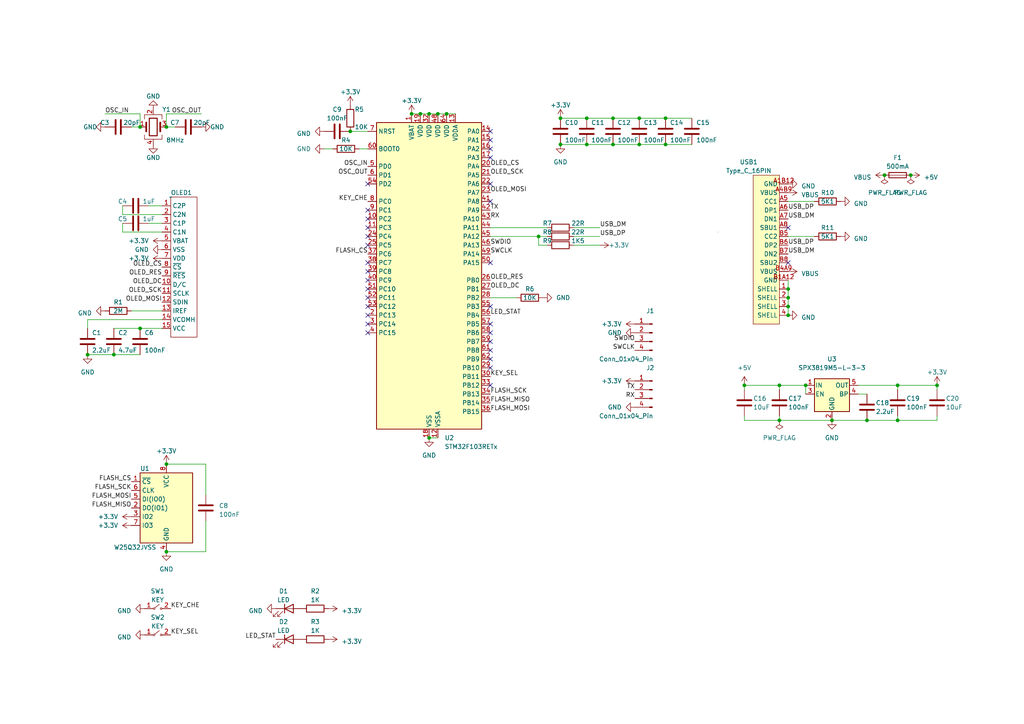
<source format=kicad_sch>
(kicad_sch (version 20230121) (generator eeschema)
  (paper "A4")
  (lib_symbols
    (symbol "ADel:0.91OLED_SPI_15P"
      (property "Reference" "OLED" (at 2.54 1.27 0))
      (symbol "0.91OLED_SPI_15P_0_1"
        (rectangle (start 0 0) (end 7.62 -40.64))
      )
      (symbol "0.91OLED_SPI_15P_1_1"
        (pin bidirectional line (at -2.54 -2.54 0) (length 2.54) (name "C2P") (number "1"))
        (pin bidirectional line (at -2.54 -25.4 0) (length 2.54) (name "D/C") (number "10"))
        (pin bidirectional line (at -2.54 -27.94 0) (length 2.54) (name "SCLK") (number "11"))
        (pin bidirectional line (at -2.54 -30.48 0) (length 2.54) (name "SDIN") (number "12"))
        (pin bidirectional line (at -2.54 -33.02 0) (length 2.54) (name "IREF") (number "13"))
        (pin bidirectional line (at -2.54 -35.56 0) (length 2.54) (name "VCOMH") (number "14"))
        (pin bidirectional line (at -2.54 -38.1 0) (length 2.54) (name "VCC") (number "15"))
        (pin bidirectional line (at -2.54 -5.08 0) (length 2.54) (name "C2N") (number "2"))
        (pin bidirectional line (at -2.54 -7.62 0) (length 2.54) (name "C1P") (number "3"))
        (pin bidirectional line (at -2.54 -10.16 0) (length 2.54) (name "C1N") (number "4"))
        (pin power_in line (at -2.54 -12.7 0) (length 2.54) (name "VBAT") (number "5"))
        (pin power_in line (at -2.54 -15.24 0) (length 2.54) (name "VSS") (number "6"))
        (pin power_in line (at -2.54 -17.78 0) (length 2.54) (name "VDD") (number "7"))
        (pin bidirectional line (at -2.54 -20.32 0) (length 2.54) (name "~{CS}") (number "8"))
        (pin bidirectional line (at -2.54 -22.86 0) (length 2.54) (name "~{RES}") (number "9"))
      )
    )
    (symbol "ADel:KEY" (pin_names hide)
      (property "Reference" "SW" (at -1.27 1.27 0))
      (property "Value" "KEY" (at 3.81 1.27 0))
      (symbol "KEY_0_1"
        (polyline (pts (xy 0.508 0.254) (xy 1.778 1.27)))
        (circle (center 0.254 0) (radius 0.254))
        (circle (center 2.286 0) (radius 0.254))
      )
      (symbol "KEY_1_1"
        (pin passive line (at -2.54 0 0) (length 2.54) (name "A") (number "1"))
        (pin passive line (at 5.08 0 180) (length 2.54) (name "B") (number "2"))
      )
    )
    (symbol "ADel:Type_C_16PIN"
      (property "Reference" "USB" (at 2.54 1.27 0))
      (property "Value" "Type_C_16PIN" (at 6.35 -44.45 0))
      (symbol "Type_C_16PIN_0_1"
        (arc (start -10.16 -16.51) (mid -10.16 -16.51) (end -10.16 -16.51))
        (rectangle (start 0 0) (end 7.62 -43.18) (fill (type background)))
      )
      (symbol "Type_C_16PIN_1_1"
        (pin power_in line (at 10.16 -33.02 180) (length 2.54) (name "SHELL") (number "1"))
        (pin power_in line (at 10.16 -35.56 180) (length 2.54) (name "SHELL") (number "2"))
        (pin power_in line (at 10.16 -38.1 180) (length 2.54) (name "SHELL") (number "3"))
        (pin power_in line (at 10.16 -40.64 180) (length 2.54) (name "SHELL") (number "4"))
        (pin power_in line (at 10.16 -2.54 180) (length 2.54) (name "GND") (number "A1B12"))
        (pin power_in line (at 10.16 -5.08 180) (length 2.54) (name "VBUS") (number "A4B9"))
        (pin bidirectional line (at 10.16 -7.62 180) (length 2.54) (name "CC1") (number "A5"))
        (pin bidirectional line (at 10.16 -10.16 180) (length 2.54) (name "DP1") (number "A6"))
        (pin bidirectional line (at 10.16 -12.7 180) (length 2.54) (name "DN1") (number "A7"))
        (pin bidirectional line (at 10.16 -15.24 180) (length 2.54) (name "SBU1") (number "A8"))
        (pin power_in line (at 10.16 -30.48 180) (length 2.54) (name "GND") (number "B1A12"))
        (pin power_in line (at 10.16 -27.94 180) (length 2.54) (name "VBUS") (number "B4A9"))
        (pin bidirectional line (at 10.16 -17.78 180) (length 2.54) (name "CC2") (number "B5"))
        (pin bidirectional line (at 10.16 -20.32 180) (length 2.54) (name "DP2") (number "B6"))
        (pin bidirectional line (at 10.16 -22.86 180) (length 2.54) (name "DN2") (number "B7"))
        (pin bidirectional line (at 10.16 -25.4 180) (length 2.54) (name "SBU2") (number "B8"))
      )
    )
    (symbol "Connector:Conn_01x04_Pin" (pin_names (offset 1.016) hide)
      (property "Reference" "J" (at 0 5.08 0))
      (property "Value" "Conn_01x04_Pin" (at 0 -7.62 0))
      (symbol "Conn_01x04_Pin_1_1"
        (polyline (pts (xy 1.27 -5.08) (xy 0.8636 -5.08)) (stroke (width 0.1524)))
        (polyline (pts (xy 1.27 -2.54) (xy 0.8636 -2.54)) (stroke (width 0.1524)))
        (polyline (pts (xy 1.27 0) (xy 0.8636 0)) (stroke (width 0.1524)))
        (polyline (pts (xy 1.27 2.54) (xy 0.8636 2.54)) (stroke (width 0.1524)))
        (rectangle (start 0.8636 -4.953) (end 0 -5.207) (stroke (width 0.1524)) (fill (type outline)))
        (rectangle (start 0.8636 -2.413) (end 0 -2.667) (stroke (width 0.1524)) (fill (type outline)))
        (rectangle (start 0.8636 0.127) (end 0 -0.127) (stroke (width 0.1524)) (fill (type outline)))
        (rectangle (start 0.8636 2.667) (end 0 2.413) (stroke (width 0.1524)) (fill (type outline)))
        (pin passive line (at 5.08 2.54 180) (length 3.81) (name "Pin_1") (number "1"))
        (pin passive line (at 5.08 0 180) (length 3.81) (name "Pin_2") (number "2"))
        (pin passive line (at 5.08 -2.54 180) (length 3.81) (name "Pin_3") (number "3"))
        (pin passive line (at 5.08 -5.08 180) (length 3.81) (name "Pin_4") (number "4"))
      )
    )
    (symbol "Device:C" (pin_numbers hide) (pin_names (offset 0.254))
      (property "Reference" "C" (at 0.635 2.54 0))
      (property "Value" "C" (at 0.635 -2.54 0))
      (symbol "C_0_1"
        (polyline (pts (xy -2.032 -0.762) (xy 2.032 -0.762)) (stroke (width 0.508)))
        (polyline (pts (xy -2.032 0.762) (xy 2.032 0.762)) (stroke (width 0.508)))
      )
      (symbol "C_1_1"
        (pin passive line (at 0 3.81 270) (length 2.794) (name "~") (number "1"))
        (pin passive line (at 0 -3.81 90) (length 2.794) (name "~") (number "2"))
      )
    )
    (symbol "Device:Crystal_GND24" (pin_names (offset 1.016) hide)
      (property "Reference" "Y" (at 3.175 5.08 0))
      (property "Value" "Crystal_GND24" (at 3.175 3.175 0))
      (symbol "Crystal_GND24_0_1"
        (rectangle (start -1.143 2.54) (end 1.143 -2.54) (stroke (width 0.3048)))
        (polyline (pts (xy -2.54 0) (xy -2.032 0)))
        (polyline (pts (xy -2.032 -1.27) (xy -2.032 1.27)) (stroke (width 0.508)))
        (polyline (pts (xy 0 -3.81) (xy 0 -3.556)))
        (polyline (pts (xy 0 3.556) (xy 0 3.81)))
        (polyline (pts (xy 2.032 -1.27) (xy 2.032 1.27)) (stroke (width 0.508)))
        (polyline (pts (xy 2.032 0) (xy 2.54 0)))
        (polyline (pts (xy -2.54 -2.286) (xy -2.54 -3.556) (xy 2.54 -3.556) (xy 2.54 -2.286)))
        (polyline (pts (xy -2.54 2.286) (xy -2.54 3.556) (xy 2.54 3.556) (xy 2.54 2.286)))
      )
      (symbol "Crystal_GND24_1_1"
        (pin passive line (at -3.81 0 0) (length 1.27) (name "1") (number "1"))
        (pin passive line (at 0 5.08 270) (length 1.27) (name "2") (number "2"))
        (pin passive line (at 3.81 0 180) (length 1.27) (name "3") (number "3"))
        (pin passive line (at 0 -5.08 90) (length 1.27) (name "4") (number "4"))
      )
    )
    (symbol "Device:Fuse" (pin_numbers hide) (pin_names (offset 0))
      (property "Reference" "F" (at 2.032 0 90))
      (property "Value" "Fuse" (at -1.905 0 90))
      (symbol "Fuse_0_1"
        (rectangle (start -0.762 -2.54) (end 0.762 2.54) (stroke (width 0.254)))
        (polyline (pts (xy 0 2.54) (xy 0 -2.54)))
      )
      (symbol "Fuse_1_1"
        (pin passive line (at 0 3.81 270) (length 1.27) (name "~") (number "1"))
        (pin passive line (at 0 -3.81 90) (length 1.27) (name "~") (number "2"))
      )
    )
    (symbol "Device:LED" (pin_numbers hide) (pin_names (offset 1.016) hide)
      (property "Reference" "D" (at 0 2.54 0))
      (property "Value" "LED" (at 0 -2.54 0))
      (symbol "LED_0_1"
        (polyline (pts (xy -1.27 -1.27) (xy -1.27 1.27)) (stroke (width 0.254)))
        (polyline (pts (xy -1.27 0) (xy 1.27 0)))
        (polyline (pts (xy 1.27 -1.27) (xy 1.27 1.27) (xy -1.27 0) (xy 1.27 -1.27)) (stroke (width 0.254)))
        (polyline (pts (xy -3.048 -0.762) (xy -4.572 -2.286) (xy -3.81 -2.286) (xy -4.572 -2.286) (xy -4.572 -1.524)))
        (polyline (pts (xy -1.778 -0.762) (xy -3.302 -2.286) (xy -2.54 -2.286) (xy -3.302 -2.286) (xy -3.302 -1.524)))
      )
      (symbol "LED_1_1"
        (pin passive line (at -3.81 0 0) (length 2.54) (name "K") (number "1"))
        (pin passive line (at 3.81 0 180) (length 2.54) (name "A") (number "2"))
      )
    )
    (symbol "Device:R" (pin_numbers hide) (pin_names (offset 0))
      (property "Reference" "R" (at 2.032 0 90))
      (property "Value" "R" (at 0 0 90))
      (symbol "R_0_1"
        (rectangle (start -1.016 -2.54) (end 1.016 2.54) (stroke (width 0.254)))
      )
      (symbol "R_1_1"
        (pin passive line (at 0 3.81 270) (length 1.27) (name "~") (number "1"))
        (pin passive line (at 0 -3.81 90) (length 1.27) (name "~") (number "2"))
      )
    )
    (symbol "MCU_ST_STM32F1:STM32F103RETx"
      (property "Reference" "U" (at -15.24 46.99 0))
      (property "Value" "STM32F103RETx" (at 10.16 46.99 0))
      (symbol "STM32F103RETx_0_1"
        (rectangle (start -15.24 -43.18) (end 15.24 45.72) (stroke (width 0.254)) (fill (type background)))
      )
      (symbol "STM32F103RETx_1_1"
        (pin power_in line (at -5.08 48.26 270) (length 2.54) (name "VBAT") (number "1"))
        (pin bidirectional line (at -17.78 17.78 0) (length 2.54) (name "PC2") (number "10"))
        (pin bidirectional line (at -17.78 15.24 0) (length 2.54) (name "PC3") (number "11"))
        (pin power_in line (at 2.54 -45.72 90) (length 2.54) (name "VSSA") (number "12"))
        (pin power_in line (at 7.62 48.26 270) (length 2.54) (name "VDDA") (number "13"))
        (pin bidirectional line (at 17.78 43.18 180) (length 2.54) (name "PA0") (number "14"))
        (pin bidirectional line (at 17.78 40.64 180) (length 2.54) (name "PA1") (number "15"))
        (pin bidirectional line (at 17.78 38.1 180) (length 2.54) (name "PA2") (number "16"))
        (pin bidirectional line (at 17.78 35.56 180) (length 2.54) (name "PA3") (number "17"))
        (pin power_in line (at 0 -45.72 90) (length 2.54) (name "VSS") (number "18"))
        (pin power_in line (at -2.54 48.26 270) (length 2.54) (name "VDD") (number "19"))
        (pin bidirectional line (at -17.78 -10.16 0) (length 2.54) (name "PC13") (number "2"))
        (pin bidirectional line (at 17.78 33.02 180) (length 2.54) (name "PA4") (number "20"))
        (pin bidirectional line (at 17.78 30.48 180) (length 2.54) (name "PA5") (number "21"))
        (pin bidirectional line (at 17.78 27.94 180) (length 2.54) (name "PA6") (number "22"))
        (pin bidirectional line (at 17.78 25.4 180) (length 2.54) (name "PA7") (number "23"))
        (pin bidirectional line (at -17.78 12.7 0) (length 2.54) (name "PC4") (number "24"))
        (pin bidirectional line (at -17.78 10.16 0) (length 2.54) (name "PC5") (number "25"))
        (pin bidirectional line (at 17.78 0 180) (length 2.54) (name "PB0") (number "26"))
        (pin bidirectional line (at 17.78 -2.54 180) (length 2.54) (name "PB1") (number "27"))
        (pin bidirectional line (at 17.78 -5.08 180) (length 2.54) (name "PB2") (number "28"))
        (pin bidirectional line (at 17.78 -25.4 180) (length 2.54) (name "PB10") (number "29"))
        (pin bidirectional line (at -17.78 -12.7 0) (length 2.54) (name "PC14") (number "3"))
        (pin bidirectional line (at 17.78 -27.94 180) (length 2.54) (name "PB11") (number "30"))
        (pin passive line (at 0 -45.72 90) (length 2.54) hide (name "VSS") (number "31"))
        (pin power_in line (at 0 48.26 270) (length 2.54) (name "VDD") (number "32"))
        (pin bidirectional line (at 17.78 -30.48 180) (length 2.54) (name "PB12") (number "33"))
        (pin bidirectional line (at 17.78 -33.02 180) (length 2.54) (name "PB13") (number "34"))
        (pin bidirectional line (at 17.78 -35.56 180) (length 2.54) (name "PB14") (number "35"))
        (pin bidirectional line (at 17.78 -38.1 180) (length 2.54) (name "PB15") (number "36"))
        (pin bidirectional line (at -17.78 7.62 0) (length 2.54) (name "PC6") (number "37"))
        (pin bidirectional line (at -17.78 5.08 0) (length 2.54) (name "PC7") (number "38"))
        (pin bidirectional line (at -17.78 2.54 0) (length 2.54) (name "PC8") (number "39"))
        (pin bidirectional line (at -17.78 -15.24 0) (length 2.54) (name "PC15") (number "4"))
        (pin bidirectional line (at -17.78 0 0) (length 2.54) (name "PC9") (number "40"))
        (pin bidirectional line (at 17.78 22.86 180) (length 2.54) (name "PA8") (number "41"))
        (pin bidirectional line (at 17.78 20.32 180) (length 2.54) (name "PA9") (number "42"))
        (pin bidirectional line (at 17.78 17.78 180) (length 2.54) (name "PA10") (number "43"))
        (pin bidirectional line (at 17.78 15.24 180) (length 2.54) (name "PA11") (number "44"))
        (pin bidirectional line (at 17.78 12.7 180) (length 2.54) (name "PA12") (number "45"))
        (pin bidirectional line (at 17.78 10.16 180) (length 2.54) (name "PA13") (number "46"))
        (pin passive line (at 0 -45.72 90) (length 2.54) hide (name "VSS") (number "47"))
        (pin power_in line (at 2.54 48.26 270) (length 2.54) (name "VDD") (number "48"))
        (pin bidirectional line (at 17.78 7.62 180) (length 2.54) (name "PA14") (number "49"))
        (pin bidirectional line (at -17.78 33.02 0) (length 2.54) (name "PD0") (number "5"))
        (pin bidirectional line (at 17.78 5.08 180) (length 2.54) (name "PA15") (number "50"))
        (pin bidirectional line (at -17.78 -2.54 0) (length 2.54) (name "PC10") (number "51"))
        (pin bidirectional line (at -17.78 -5.08 0) (length 2.54) (name "PC11") (number "52"))
        (pin bidirectional line (at -17.78 -7.62 0) (length 2.54) (name "PC12") (number "53"))
        (pin bidirectional line (at -17.78 27.94 0) (length 2.54) (name "PD2") (number "54"))
        (pin bidirectional line (at 17.78 -7.62 180) (length 2.54) (name "PB3") (number "55"))
        (pin bidirectional line (at 17.78 -10.16 180) (length 2.54) (name "PB4") (number "56"))
        (pin bidirectional line (at 17.78 -12.7 180) (length 2.54) (name "PB5") (number "57"))
        (pin bidirectional line (at 17.78 -15.24 180) (length 2.54) (name "PB6") (number "58"))
        (pin bidirectional line (at 17.78 -17.78 180) (length 2.54) (name "PB7") (number "59"))
        (pin bidirectional line (at -17.78 30.48 0) (length 2.54) (name "PD1") (number "6"))
        (pin input line (at -17.78 38.1 0) (length 2.54) (name "BOOT0") (number "60"))
        (pin bidirectional line (at 17.78 -20.32 180) (length 2.54) (name "PB8") (number "61"))
        (pin bidirectional line (at 17.78 -22.86 180) (length 2.54) (name "PB9") (number "62"))
        (pin passive line (at 0 -45.72 90) (length 2.54) hide (name "VSS") (number "63"))
        (pin power_in line (at 5.08 48.26 270) (length 2.54) (name "VDD") (number "64"))
        (pin input line (at -17.78 43.18 0) (length 2.54) (name "NRST") (number "7"))
        (pin bidirectional line (at -17.78 22.86 0) (length 2.54) (name "PC0") (number "8"))
        (pin bidirectional line (at -17.78 20.32 0) (length 2.54) (name "PC1") (number "9"))
      )
    )
    (symbol "Memory_Flash:W25Q32JVSS"
      (property "Reference" "U" (at -6.35 11.43 0))
      (property "Value" "W25Q32JVSS" (at 7.62 11.43 0))
      (symbol "W25Q32JVSS_0_1"
        (rectangle (start -7.62 10.16) (end 7.62 -10.16) (stroke (width 0.254)) (fill (type background)))
      )
      (symbol "W25Q32JVSS_1_1"
        (pin input line (at -10.16 7.62 0) (length 2.54) (name "~{CS}") (number "1"))
        (pin bidirectional line (at -10.16 0 0) (length 2.54) (name "DO(IO1)") (number "2"))
        (pin bidirectional line (at -10.16 -2.54 0) (length 2.54) (name "IO2") (number "3"))
        (pin power_in line (at 0 -12.7 90) (length 2.54) (name "GND") (number "4"))
        (pin bidirectional line (at -10.16 2.54 0) (length 2.54) (name "DI(IO0)") (number "5"))
        (pin input line (at -10.16 5.08 0) (length 2.54) (name "CLK") (number "6"))
        (pin bidirectional line (at -10.16 -5.08 0) (length 2.54) (name "IO3") (number "7"))
        (pin power_in line (at 0 12.7 270) (length 2.54) (name "VCC") (number "8"))
      )
    )
    (symbol "Regulator_Linear:SPX3819M5-L-3-3" (pin_names (offset 0.254))
      (property "Reference" "U" (at -3.81 5.715 0))
      (property "Value" "SPX3819M5-L-3-3" (at 0 5.715 0))
      (symbol "SPX3819M5-L-3-3_0_1"
        (rectangle (start -5.08 4.445) (end 5.08 -5.08) (stroke (width 0.254)) (fill (type background)))
      )
      (symbol "SPX3819M5-L-3-3_1_1"
        (pin power_in line (at -7.62 2.54 0) (length 2.54) (name "IN") (number "1"))
        (pin power_in line (at 0 -7.62 90) (length 2.54) (name "GND") (number "2"))
        (pin input line (at -7.62 0 0) (length 2.54) (name "EN") (number "3"))
        (pin input line (at 7.62 0 180) (length 2.54) (name "BP") (number "4"))
        (pin power_out line (at 7.62 2.54 180) (length 2.54) (name "OUT") (number "5"))
      )
    )
    (symbol "power:+3.3V" (power) (pin_names (offset 0))
      (property "Value" "+3.3V" (at 0 3.556 0))
      (symbol "+3.3V_0_1"
        (polyline (pts (xy -0.762 1.27) (xy 0 2.54)))
        (polyline (pts (xy 0 0) (xy 0 2.54)))
        (polyline (pts (xy 0 2.54) (xy 0.762 1.27)))
      )
      (symbol "+3.3V_1_1"
        (pin power_in line (at 0 0 90) (length 0) hide (name "+3.3V") (number "1"))
      )
    )
    (symbol "power:+5V" (power) (pin_names (offset 0))
      (property "Value" "+5V" (at 0 3.556 0))
      (symbol "+5V_0_1"
        (polyline (pts (xy -0.762 1.27) (xy 0 2.54)))
        (polyline (pts (xy 0 0) (xy 0 2.54)))
        (polyline (pts (xy 0 2.54) (xy 0.762 1.27)))
      )
      (symbol "+5V_1_1"
        (pin power_in line (at 0 0 90) (length 0) hide (name "+5V") (number "1"))
      )
    )
    (symbol "power:GND" (power) (pin_names (offset 0))
      (property "Value" "GND" (at 0 -3.81 0))
      (symbol "GND_0_1"
        (polyline (pts (xy 0 0) (xy 0 -1.27) (xy 1.27 -1.27) (xy 0 -2.54) (xy -1.27 -1.27) (xy 0 -1.27)))
      )
      (symbol "GND_1_1"
        (pin power_in line (at 0 0 270) (length 0) hide (name "GND") (number "1"))
      )
    )
    (symbol "power:PWR_FLAG" (power) (pin_numbers hide) (pin_names (offset 0) hide)
      (property "Value" "PWR_FLAG" (at 0 3.81 0))
      (symbol "PWR_FLAG_0_0"
        (pin power_out line (at 0 0 90) (length 0) (name "pwr") (number "1"))
      )
      (symbol "PWR_FLAG_0_1"
        (polyline (pts (xy 0 0) (xy 0 1.27) (xy -1.016 1.905) (xy 0 2.54) (xy 1.016 1.905) (xy 0 1.27)))
      )
    )
    (symbol "power:VBUS" (power) (pin_names (offset 0))
      (property "Value" "VBUS" (at 0 3.81 0))
      (symbol "VBUS_0_1"
        (polyline (pts (xy -0.762 1.27) (xy 0 2.54)))
        (polyline (pts (xy 0 0) (xy 0 2.54)))
        (polyline (pts (xy 0 2.54) (xy 0.762 1.27)))
      )
      (symbol "VBUS_1_1"
        (pin power_in line (at 0 0 90) (length 0) hide (name "VBUS") (number "1"))
      )
    )
  )
  (junction (at 228.6 86.36))
  (junction (at 124.46 127))
  (junction (at 162.56 41.91))
  (junction (at 264.16 50.8))
  (junction (at 260.35 111.76))
  (junction (at 40.64 95.25))
  (junction (at 177.8 41.91))
  (junction (at 193.04 41.91))
  (junction (at 233.68 111.76))
  (junction (at 185.42 34.29))
  (junction (at 129.54 33.02))
  (junction (at 101.6 38.1))
  (junction (at 228.6 83.82))
  (junction (at 121.92 33.02))
  (junction (at 193.04 34.29))
  (junction (at 40.64 36.83))
  (junction (at 256.54 50.8))
  (junction (at 177.8 34.29))
  (junction (at 251.46 121.92))
  (junction (at 170.18 34.29))
  (junction (at 226.06 111.76))
  (junction (at 228.6 91.44))
  (junction (at 170.18 41.91))
  (junction (at 228.6 88.9))
  (junction (at 271.78 111.76))
  (junction (at 127 33.02))
  (junction (at 260.35 121.92))
  (junction (at 241.3 121.92))
  (junction (at 25.4 102.87))
  (junction (at 226.06 121.92))
  (junction (at 48.26 134.62))
  (junction (at 215.9 111.76))
  (junction (at 119.38 33.02))
  (junction (at 162.56 34.29))
  (junction (at 48.26 160.02))
  (junction (at 156.21 68.58))
  (junction (at 48.26 36.83))
  (junction (at 124.46 33.02))
  (junction (at 33.02 102.87))
  (junction (at 185.42 41.91))
  (no_connect (at 228.6 66.04))
  (no_connect (at 142.24 43.18))
  (no_connect (at 106.68 53.34))
  (no_connect (at 106.68 63.5))
  (no_connect (at 142.24 38.1))
  (no_connect (at 106.68 68.58))
  (no_connect (at 106.68 93.98))
  (no_connect (at 142.24 88.9))
  (no_connect (at 106.68 86.36))
  (no_connect (at 142.24 76.2))
  (no_connect (at 106.68 88.9))
  (no_connect (at 142.24 104.14))
  (no_connect (at 106.68 71.12))
  (no_connect (at 106.68 76.2))
  (no_connect (at 106.68 60.96))
  (no_connect (at 106.68 96.52))
  (no_connect (at 142.24 111.76))
  (no_connect (at 142.24 99.06))
  (no_connect (at 142.24 106.68))
  (no_connect (at 106.68 78.74))
  (no_connect (at 106.68 91.44))
  (no_connect (at 106.68 66.04))
  (no_connect (at 142.24 58.42))
  (no_connect (at 142.24 101.6))
  (no_connect (at 142.24 93.98))
  (no_connect (at 142.24 45.72))
  (no_connect (at 142.24 40.64))
  (no_connect (at 106.68 83.82))
  (no_connect (at 228.6 76.2))
  (no_connect (at 106.68 81.28))
  (no_connect (at 142.24 53.34))
  (no_connect (at 142.24 96.52))
  (wire (pts (xy 226.06 121.92) (xy 241.3 121.92)))
  (wire (pts (xy 38.1 90.17) (xy 46.99 90.17)))
  (wire (pts (xy 248.92 114.3) (xy 251.46 114.3)))
  (wire (pts (xy 241.3 121.92) (xy 251.46 121.92)))
  (wire (pts (xy 59.69 160.02) (xy 48.26 160.02)))
  (wire (pts (xy 46.99 67.31) (xy 35.56 67.31)))
  (wire (pts (xy 43.18 64.77) (xy 46.99 64.77)))
  (wire (pts (xy 25.4 102.87) (xy 33.02 102.87)))
  (wire (pts (xy 170.18 41.91) (xy 177.8 41.91)))
  (wire (pts (xy 185.42 41.91) (xy 193.04 41.91)))
  (wire (pts (xy 228.6 58.42) (xy 236.22 58.42)))
  (wire (pts (xy 233.68 111.76) (xy 233.68 114.3)))
  (wire (pts (xy 48.26 36.83) (xy 50.8 36.83)))
  (wire (pts (xy 260.35 120.65) (xy 260.35 121.92)))
  (wire (pts (xy 142.24 66.04) (xy 158.75 66.04)))
  (wire (pts (xy 226.06 113.03) (xy 226.06 111.76)))
  (wire (pts (xy 48.26 33.02) (xy 58.42 33.02)))
  (wire (pts (xy 193.04 34.29) (xy 200.66 34.29)))
  (wire (pts (xy 124.46 127) (xy 127 127)))
  (wire (pts (xy 162.56 34.29) (xy 170.18 34.29)))
  (wire (pts (xy 260.35 121.92) (xy 251.46 121.92)))
  (wire (pts (xy 228.6 83.82) (xy 228.6 86.36)))
  (wire (pts (xy 215.9 111.76) (xy 226.06 111.76)))
  (wire (pts (xy 33.02 95.25) (xy 40.64 95.25)))
  (wire (pts (xy 40.64 36.83) (xy 40.64 33.02)))
  (wire (pts (xy 215.9 113.03) (xy 215.9 111.76)))
  (wire (pts (xy 46.99 62.23) (xy 35.56 62.23)))
  (wire (pts (xy 25.4 92.71) (xy 25.4 95.25)))
  (wire (pts (xy 124.46 33.02) (xy 127 33.02)))
  (wire (pts (xy 166.37 68.58) (xy 173.99 68.58)))
  (wire (pts (xy 248.92 111.76) (xy 260.35 111.76)))
  (wire (pts (xy 260.35 111.76) (xy 271.78 111.76)))
  (wire (pts (xy 35.56 62.23) (xy 35.56 59.69)))
  (wire (pts (xy 158.75 71.12) (xy 156.21 71.12)))
  (wire (pts (xy 48.26 36.83) (xy 48.26 33.02)))
  (wire (pts (xy 260.35 113.03) (xy 260.35 111.76)))
  (wire (pts (xy 33.02 102.87) (xy 40.64 102.87)))
  (wire (pts (xy 226.06 120.65) (xy 226.06 121.92)))
  (wire (pts (xy 228.6 68.58) (xy 236.22 68.58)))
  (wire (pts (xy 271.78 113.03) (xy 271.78 111.76)))
  (wire (pts (xy 59.69 134.62) (xy 59.69 143.51)))
  (wire (pts (xy 127 33.02) (xy 129.54 33.02)))
  (wire (pts (xy 129.54 33.02) (xy 132.08 33.02)))
  (wire (pts (xy 30.48 33.02) (xy 40.64 33.02)))
  (wire (pts (xy 271.78 120.65) (xy 271.78 121.92)))
  (wire (pts (xy 228.6 81.28) (xy 228.6 83.82)))
  (wire (pts (xy 177.8 41.91) (xy 185.42 41.91)))
  (wire (pts (xy 38.1 36.83) (xy 40.64 36.83)))
  (wire (pts (xy 166.37 66.04) (xy 173.99 66.04)))
  (wire (pts (xy 142.24 86.36) (xy 149.86 86.36)))
  (wire (pts (xy 215.9 121.92) (xy 215.9 120.65)))
  (wire (pts (xy 177.8 34.29) (xy 185.42 34.29)))
  (wire (pts (xy 193.04 41.91) (xy 200.66 41.91)))
  (wire (pts (xy 142.24 68.58) (xy 156.21 68.58)))
  (wire (pts (xy 228.6 86.36) (xy 228.6 88.9)))
  (wire (pts (xy 59.69 151.13) (xy 59.69 160.02)))
  (wire (pts (xy 228.6 88.9) (xy 228.6 91.44)))
  (wire (pts (xy 170.18 34.29) (xy 177.8 34.29)))
  (wire (pts (xy 46.99 92.71) (xy 25.4 92.71)))
  (wire (pts (xy 48.26 134.62) (xy 59.69 134.62)))
  (wire (pts (xy 156.21 68.58) (xy 158.75 68.58)))
  (wire (pts (xy 162.56 41.91) (xy 170.18 41.91)))
  (wire (pts (xy 40.64 95.25) (xy 46.99 95.25)))
  (wire (pts (xy 166.37 71.12) (xy 173.99 71.12)))
  (wire (pts (xy 156.21 71.12) (xy 156.21 68.58)))
  (wire (pts (xy 101.6 38.1) (xy 106.68 38.1)))
  (wire (pts (xy 226.06 111.76) (xy 233.68 111.76)))
  (wire (pts (xy 43.18 59.69) (xy 46.99 59.69)))
  (wire (pts (xy 121.92 33.02) (xy 124.46 33.02)))
  (wire (pts (xy 226.06 121.92) (xy 215.9 121.92)))
  (wire (pts (xy 119.38 33.02) (xy 121.92 33.02)))
  (wire (pts (xy 104.14 43.18) (xy 106.68 43.18)))
  (wire (pts (xy 260.35 121.92) (xy 271.78 121.92)))
  (wire (pts (xy 93.98 43.18) (xy 96.52 43.18)))
  (wire (pts (xy 35.56 67.31) (xy 35.56 64.77)))
  (wire (pts (xy 185.42 34.29) (xy 193.04 34.29)))
  (label "FLASH_MISO" (at 38.1 147.32 180))
  (label "OLED_CS" (at 142.24 48.26 0))
  (label "OSC_OUT" (at 58.42 33.02 180))
  (label "TX" (at 142.24 60.96 0))
  (label "OLED_CS" (at 46.99 77.47 180))
  (label "RX" (at 184.15 115.57 180))
  (label "KEY_CHE" (at 106.68 58.42 180))
  (label "SWDIO" (at 184.15 99.06 180))
  (label "USB_DM" (at 228.6 63.5 0))
  (label "RX" (at 142.24 63.5 0))
  (label "USB_DP" (at 228.6 71.12 0))
  (label "KEY_SEL" (at 142.24 109.22 0))
  (label "OSC_IN" (at 106.68 48.26 180))
  (label "KEY_CHE" (at 49.53 176.53 0))
  (label "FLASH_SCK" (at 142.24 114.3 0))
  (label "USB_DM" (at 228.6 73.66 0))
  (label "SWCLK" (at 142.24 73.66 0))
  (label "OLED_RES" (at 142.24 81.28 0))
  (label "OLED_MOSI" (at 46.99 87.63 180))
  (label "TX" (at 184.15 113.03 180))
  (label "OLED_RES" (at 46.99 80.01 180))
  (label "SWCLK" (at 184.15 101.6 180))
  (label "FLASH_CS" (at 38.1 139.7 180))
  (label "FLASH_MOSI" (at 38.1 144.78 180))
  (label "LED_STAT" (at 142.24 91.44 0))
  (label "OLED_DC" (at 46.99 82.55 180))
  (label "OLED_DC" (at 142.24 83.82 0))
  (label "KEY_SEL" (at 49.53 184.15 0))
  (label "FLASH_MOSI" (at 142.24 119.38 0))
  (label "OLED_SCK" (at 142.24 50.8 0))
  (label "OSC_OUT" (at 106.68 50.8 180))
  (label "FLASH_SCK" (at 38.1 142.24 180))
  (label "LED_STAT" (at 80.01 185.42 180))
  (label "OSC_IN" (at 30.48 33.02 0))
  (label "USB_DP" (at 228.6 60.96 0))
  (label "USB_DP" (at 173.99 68.58 0))
  (label "OLED_SCK" (at 46.99 85.09 180))
  (label "FLASH_CS" (at 106.68 73.66 180))
  (label "OLED_MOSI" (at 142.24 55.88 0))
  (label "FLASH_MISO" (at 142.24 116.84 0))
  (label "SWDIO" (at 142.24 71.12 0))
  (label "USB_DM" (at 173.99 66.04 0))
  (symbol (lib_id "Device:C") (at 193.04 38.1 0) (unit 1)
    (property "Reference" "C14" (at 194.31 35.56 0) (effects (justify left)))
    (property "Value" "100nF" (at 194.31 40.64 0) (effects (justify left)))
    (property "Footprint" "Capacitor_SMD:C_0603_1608Metric_Pad1.08x0.95mm_HandSolder" (effects hide))
  )
  (symbol (lib_id "power:+3.3V") (at 95.25 185.42 270) (unit 1)
    (property "Reference" "#PWR020" (effects hide))
    (property "Value" "+3.3V" (at 99.06 186.055 90) (effects (justify left)))
  )
  (symbol (lib_id "Device:C") (at 200.66 38.1 0) (unit 1)
    (property "Reference" "C15" (at 201.93 35.56 0) (effects (justify left)))
    (property "Value" "100nF" (at 201.93 40.64 0) (effects (justify left)))
    (property "Footprint" "Capacitor_SMD:C_0603_1608Metric_Pad1.08x0.95mm_HandSolder" (effects hide))
  )
  (symbol (lib_id "power:+3.3V") (at 173.99 71.12 270) (unit 1)
    (property "Reference" "#PWR027" (effects hide))
    (property "Value" "+3.3V" (at 176.53 71.12 90) (effects (justify left)))
  )
  (symbol (lib_id "power:PWR_FLAG") (at 256.54 50.8 180) (unit 1)
    (property "Reference" "#FLG02" (effects hide))
    (property "Value" "PWR_FLAG" (at 256.54 55.88 0))
  )
  (symbol (lib_id "power:GND") (at 184.15 96.52 270) (unit 1)
    (property "Reference" "#PWR029" (effects hide))
    (property "Value" "GND" (at 180.34 96.52 90) (effects (justify right)))
  )
  (symbol (lib_id "ADel:Type_C_16PIN") (at 218.44 50.8 0) (unit 1)
    (property "Reference" "USB1" (at 217.1699 46.99 0))
    (property "Value" "Type_C_16PIN" (at 217.1699 49.53 0))
    (property "Footprint" "ADel:TYPE-C-16PIN_SMD" (effects hide))
  )
  (symbol (lib_id "power:+5V") (at 264.16 50.8 270) (unit 1)
    (property "Reference" "#PWR041" (effects hide))
    (property "Value" "+5V" (at 267.97 51.435 90) (effects (justify left)))
  )
  (symbol (lib_id "Device:R") (at 91.44 185.42 90) (unit 1)
    (property "Reference" "R3" (at 91.44 180.34 90))
    (property "Value" "1K" (at 91.44 182.88 90))
    (property "Footprint" "Resistor_SMD:R_0603_1608Metric_Pad0.98x0.95mm_HandSolder" (effects hide))
  )
  (symbol (lib_id "power:+3.3V") (at 38.1 152.4 90) (unit 1)
    (property "Reference" "#PWR05" (effects hide))
    (property "Value" "+3.3V" (at 34.29 152.4 90) (effects (justify left)))
  )
  (symbol (lib_id "Device:C") (at 162.56 38.1 0) (unit 1)
    (property "Reference" "C10" (at 163.83 35.56 0) (effects (justify left)))
    (property "Value" "100nF" (at 163.83 40.64 0) (effects (justify left)))
    (property "Footprint" "Capacitor_SMD:C_0603_1608Metric_Pad1.08x0.95mm_HandSolder" (effects hide))
  )
  (symbol (lib_id "power:PWR_FLAG") (at 226.06 121.92 180) (unit 1)
    (property "Reference" "#FLG01" (effects hide))
    (property "Value" "PWR_FLAG" (at 226.06 127 0))
  )
  (symbol (lib_id "Device:R") (at 91.44 176.53 90) (unit 1)
    (property "Reference" "R2" (at 91.44 171.45 90))
    (property "Value" "1K" (at 91.44 173.99 90))
    (property "Footprint" "Resistor_SMD:R_0603_1608Metric_Pad0.98x0.95mm_HandSolder" (effects hide))
  )
  (symbol (lib_id "power:GND") (at 93.98 38.1 270) (unit 1)
    (property "Reference" "#PWR017" (effects hide))
    (property "Value" "GND" (at 90.17 38.735 90) (effects (justify right)))
  )
  (symbol (lib_id "power:PWR_FLAG") (at 264.16 50.8 180) (unit 1)
    (property "Reference" "#FLG03" (effects hide))
    (property "Value" "PWR_FLAG" (at 264.16 55.88 0))
  )
  (symbol (lib_id "power:+5V") (at 215.9 111.76 0) (unit 1)
    (property "Reference" "#PWR032" (effects hide))
    (property "Value" "+5V" (at 215.9 106.68 0))
  )
  (symbol (lib_id "Device:LED") (at 83.82 176.53 0) (unit 1)
    (property "Reference" "D1" (at 82.2325 171.45 0))
    (property "Value" "LED" (at 82.2325 173.99 0))
    (property "Footprint" "LED_SMD:LED_0603_1608Metric_Pad1.05x0.95mm_HandSolder" (effects hide))
  )
  (symbol (lib_id "Device:R") (at 100.33 43.18 90) (unit 1)
    (property "Reference" "R4" (at 100.33 40.64 90))
    (property "Value" "10K" (at 100.33 43.18 90))
    (property "Footprint" "Resistor_SMD:R_0603_1608Metric_Pad0.98x0.95mm_HandSolder" (effects hide))
  )
  (symbol (lib_id "Device:Crystal_GND24") (at 44.45 36.83 0) (unit 1)
    (property "Reference" "Y1" (at 48.26 31.75 0))
    (property "Value" "8MHz" (at 50.8 40.64 0))
    (property "Footprint" "Crystal:Crystal_SMD_3225-4Pin_3.2x2.5mm" (effects hide))
  )
  (symbol (lib_id "ADel:KEY") (at 44.45 176.53 0) (unit 1)
    (property "Reference" "SW1" (at 45.72 171.45 0))
    (property "Value" "KEY" (at 45.72 173.99 0))
    (property "Footprint" "ADel:SW_3x4" (effects hide))
  )
  (symbol (lib_id "power:GND") (at 241.3 121.92 0) (unit 1)
    (property "Reference" "#PWR037" (effects hide))
    (property "Value" "GND" (at 241.3 127 0))
  )
  (symbol (lib_id "power:GND") (at 93.98 43.18 270) (unit 1)
    (property "Reference" "#PWR018" (effects hide))
    (property "Value" "GND" (at 90.17 43.18 90) (effects (justify right)))
  )
  (symbol (lib_id "power:GND") (at 157.48 86.36 90) (unit 1)
    (property "Reference" "#PWR024" (effects hide))
    (property "Value" "GND" (at 161.29 86.36 90) (effects (justify right)))
  )
  (symbol (lib_id "Device:C") (at 185.42 38.1 0) (unit 1)
    (property "Reference" "C13" (at 186.69 35.56 0) (effects (justify left)))
    (property "Value" "100nF" (at 186.69 40.64 0) (effects (justify left)))
    (property "Footprint" "Capacitor_SMD:C_0603_1608Metric_Pad1.08x0.95mm_HandSolder" (effects hide))
  )
  (symbol (lib_id "power:+3.3V") (at 46.99 69.85 90) (unit 1)
    (property "Reference" "#PWR010" (effects hide))
    (property "Value" "+3.3V" (at 43.18 69.85 90) (effects (justify left)))
  )
  (symbol (lib_id "Memory_Flash:W25Q32JVSS") (at 48.26 147.32 0) (unit 1)
    (property "Reference" "U1" (at 40.64 135.89 0) (effects (justify left)))
    (property "Value" "W25Q32JVSS" (at 33.02 158.75 0) (effects (justify left)))
    (property "Footprint" "Package_SO:SOIC-8_5.23x5.23mm_P1.27mm" (effects hide))
    (property "Datasheet" "http://www.winbond.com/resource-files/w25q32jv%20revg%2003272018%20plus.pdf" (effects hide))
  )
  (symbol (lib_id "Device:R") (at 34.29 90.17 90) (unit 1)
    (property "Reference" "R1" (at 34.29 87.63 90))
    (property "Value" "2M" (at 34.29 90.17 90))
    (property "Footprint" "Resistor_SMD:R_0603_1608Metric_Pad0.98x0.95mm_HandSolder" (effects hide))
  )
  (symbol (lib_id "power:+3.3V") (at 38.1 149.86 90) (unit 1)
    (property "Reference" "#PWR04" (effects hide))
    (property "Value" "+3.3V" (at 34.29 149.86 90) (effects (justify left)))
  )
  (symbol (lib_id "power:+3.3V") (at 119.38 33.02 0) (unit 1)
    (property "Reference" "#PWR022" (effects hide))
    (property "Value" "+3.3V" (at 119.38 29.21 0))
  )
  (symbol (lib_id "power:VBUS") (at 228.6 78.74 270) (unit 1)
    (property "Reference" "#PWR035" (effects hide))
    (property "Value" "VBUS" (at 232.41 79.375 90) (effects (justify left)))
  )
  (symbol (lib_id "Device:C") (at 54.61 36.83 90) (unit 1)
    (property "Reference" "C7" (at 52.07 35.56 90) (effects (justify left)))
    (property "Value" "20pF" (at 60.96 35.56 90) (effects (justify left)))
    (property "Footprint" "Capacitor_SMD:C_0603_1608Metric_Pad1.08x0.95mm_HandSolder" (effects hide))
  )
  (symbol (lib_id "Device:R") (at 240.03 58.42 90) (unit 1)
    (property "Reference" "R10" (at 240.03 55.88 90))
    (property "Value" "5K1" (at 240.03 58.42 90))
    (property "Footprint" "Resistor_SMD:R_0603_1608Metric_Pad0.98x0.95mm_HandSolder" (effects hide))
  )
  (symbol (lib_id "Device:C") (at 59.69 147.32 180) (unit 1)
    (property "Reference" "C8" (at 63.5 146.685 0) (effects (justify right)))
    (property "Value" "100nF" (at 63.5 149.225 0) (effects (justify right)))
    (property "Footprint" "Capacitor_SMD:C_0603_1608Metric_Pad1.08x0.95mm_HandSolder" (effects hide))
  )
  (symbol (lib_id "Device:R") (at 162.56 66.04 90) (unit 1)
    (property "Reference" "R7" (at 158.75 64.77 90))
    (property "Value" "22R" (at 167.64 64.77 90))
    (property "Footprint" "Resistor_SMD:R_0603_1608Metric_Pad0.98x0.95mm_HandSolder" (effects hide))
  )
  (symbol (lib_id "power:GND") (at 46.99 72.39 270) (unit 1)
    (property "Reference" "#PWR011" (effects hide))
    (property "Value" "GND" (at 43.18 72.39 90) (effects (justify right)))
  )
  (symbol (lib_id "power:+3.3V") (at 46.99 74.93 90) (unit 1)
    (property "Reference" "#PWR012" (effects hide))
    (property "Value" "+3.3V" (at 43.18 74.93 90) (effects (justify left)))
  )
  (symbol (lib_id "power:VBUS") (at 256.54 50.8 90) (unit 1)
    (property "Reference" "#PWR040" (effects hide))
    (property "Value" "VBUS" (at 252.73 51.435 90) (effects (justify left)))
  )
  (symbol (lib_id "Device:C") (at 33.02 99.06 0) (unit 1)
    (property "Reference" "C2" (at 34.29 96.52 0) (effects (justify left)))
    (property "Value" "4.7uF" (at 34.29 101.6 0) (effects (justify left)))
    (property "Footprint" "Capacitor_SMD:C_0603_1608Metric_Pad1.08x0.95mm_HandSolder" (effects hide))
  )
  (symbol (lib_id "power:GND") (at 41.91 176.53 270) (unit 1)
    (property "Reference" "#PWR06" (effects hide))
    (property "Value" "GND" (at 38.1 177.165 90) (effects (justify right)))
  )
  (symbol (lib_id "power:GND") (at 44.45 41.91 0) (unit 1)
    (property "Reference" "#PWR09" (effects hide))
    (property "Value" "GND" (at 44.45 45.72 0))
  )
  (symbol (lib_id "MCU_ST_STM32F1:STM32F103RETx") (at 124.46 81.28 0) (unit 1)
    (property "Reference" "U2" (at 128.9559 127 0) (effects (justify left)))
    (property "Value" "STM32F103RETx" (at 128.9559 129.54 0) (effects (justify left)))
    (property "Footprint" "Package_QFP:LQFP-64_10x10mm_P0.5mm" (effects hide))
    (property "Datasheet" "https://www.st.com/resource/en/datasheet/stm32f103re.pdf" (effects hide))
  )
  (symbol (lib_id "power:GND") (at 41.91 184.15 270) (unit 1)
    (property "Reference" "#PWR07" (effects hide))
    (property "Value" "GND" (at 38.1 184.785 90) (effects (justify right)))
  )
  (symbol (lib_id "Device:C") (at 97.79 38.1 90) (unit 1)
    (property "Reference" "C9" (at 97.79 31.75 90))
    (property "Value" "100nF" (at 97.79 34.29 90))
    (property "Footprint" "Capacitor_SMD:C_0603_1608Metric_Pad1.08x0.95mm_HandSolder" (effects hide))
  )
  (symbol (lib_id "Device:C") (at 226.06 116.84 0) (unit 1)
    (property "Reference" "C17" (at 228.6 115.57 0) (effects (justify left)))
    (property "Value" "100nF" (at 228.6 118.11 0) (effects (justify left)))
    (property "Footprint" "Capacitor_SMD:C_0603_1608Metric_Pad1.08x0.95mm_HandSolder" (effects hide))
  )
  (symbol (lib_id "Device:R") (at 101.6 34.29 0) (unit 1)
    (property "Reference" "R5" (at 102.87 31.75 0) (effects (justify left)))
    (property "Value" "10K" (at 102.87 36.83 0) (effects (justify left)))
    (property "Footprint" "Resistor_SMD:R_0603_1608Metric_Pad0.98x0.95mm_HandSolder" (effects hide))
  )
  (symbol (lib_id "power:VBUS") (at 228.6 55.88 270) (unit 1)
    (property "Reference" "#PWR034" (effects hide))
    (property "Value" "VBUS" (at 232.41 56.515 90) (effects (justify left)))
  )
  (symbol (lib_id "ADel:KEY") (at 44.45 184.15 0) (unit 1)
    (property "Reference" "SW2" (at 45.72 179.07 0))
    (property "Value" "KEY" (at 45.72 181.61 0))
    (property "Footprint" "ADel:SW_3x4" (effects hide))
  )
  (symbol (lib_id "power:+3.3V") (at 184.15 110.49 90) (unit 1)
    (property "Reference" "#PWR030" (effects hide))
    (property "Value" "+3.3V" (at 180.34 110.49 90) (effects (justify left)))
  )
  (symbol (lib_id "power:+3.3V") (at 162.56 34.29 0) (unit 1)
    (property "Reference" "#PWR025" (effects hide))
    (property "Value" "+3.3V" (at 162.56 30.48 0))
  )
  (symbol (lib_id "Device:Fuse") (at 260.35 50.8 90) (unit 1)
    (property "Reference" "F1" (at 260.35 45.72 90))
    (property "Value" "500mA" (at 260.35 48.26 90))
    (property "Footprint" "Fuse:Fuse_1206_3216Metric" (effects hide))
  )
  (symbol (lib_id "power:GND") (at 162.56 41.91 0) (unit 1)
    (property "Reference" "#PWR026" (effects hide))
    (property "Value" "GND" (at 162.56 46.99 0))
  )
  (symbol (lib_id "power:+3.3V") (at 101.6 30.48 0) (unit 1)
    (property "Reference" "#PWR021" (effects hide))
    (property "Value" "+3.3V" (at 101.6 26.67 0))
  )
  (symbol (lib_id "Device:R") (at 162.56 71.12 90) (unit 1)
    (property "Reference" "R9" (at 158.75 69.85 90))
    (property "Value" "1K5" (at 167.64 69.85 90))
    (property "Footprint" "Resistor_SMD:R_0603_1608Metric_Pad0.98x0.95mm_HandSolder" (effects hide))
  )
  (symbol (lib_id "Device:R") (at 153.67 86.36 90) (unit 1)
    (property "Reference" "R6" (at 153.67 83.82 90))
    (property "Value" "10K" (at 153.67 86.36 90))
    (property "Footprint" "Resistor_SMD:R_0603_1608Metric_Pad0.98x0.95mm_HandSolder" (effects hide))
  )
  (symbol (lib_id "power:GND") (at 184.15 118.11 270) (unit 1)
    (property "Reference" "#PWR031" (effects hide))
    (property "Value" "GND" (at 180.34 118.11 90) (effects (justify right)))
  )
  (symbol (lib_id "power:GND") (at 243.84 68.58 90) (unit 1)
    (property "Reference" "#PWR039" (effects hide))
    (property "Value" "GND" (at 247.65 69.215 90) (effects (justify right)))
  )
  (symbol (lib_id "Connector:Conn_01x04_Pin") (at 189.23 113.03 0) (mirror y) (unit 1)
    (property "Reference" "J2" (at 188.595 106.68 0))
    (property "Value" "Conn_01x04_Pin" (at 181.61 120.65 0))
    (property "Footprint" "ADel:Conn_2.54_01x04_SMD_V" (effects hide))
  )
  (symbol (lib_id "Device:C") (at 40.64 99.06 0) (unit 1)
    (property "Reference" "C6" (at 41.91 96.52 0) (effects (justify left)))
    (property "Value" "100nF" (at 41.91 101.6 0) (effects (justify left)))
    (property "Footprint" "Capacitor_SMD:C_0603_1608Metric_Pad1.08x0.95mm_HandSolder" (effects hide))
  )
  (symbol (lib_id "ADel:0.91OLED_SPI_15P") (at 49.53 57.15 0) (unit 1)
    (property "Reference" "OLED1" (at 49.53 55.88 0) (effects (justify left)))
    (property "Value" "~" (at 49.53 57.15 0))
    (property "Footprint" "ADel:0.91_OLED_15P" (effects hide))
  )
  (symbol (lib_id "power:GND") (at 30.48 36.83 270) (unit 1)
    (property "Reference" "#PWR02" (effects hide))
    (property "Value" "GND" (at 24.13 36.83 90) (effects (justify left)))
  )
  (symbol (lib_id "power:GND") (at 228.6 91.44 90) (unit 1)
    (property "Reference" "#PWR036" (effects hide))
    (property "Value" "GND" (at 232.41 92.075 90) (effects (justify right)))
  )
  (symbol (lib_id "Device:C") (at 34.29 36.83 90) (unit 1)
    (property "Reference" "C3" (at 31.75 35.56 90) (effects (justify left)))
    (property "Value" "20pF" (at 40.64 35.56 90) (effects (justify left)))
    (property "Footprint" "Capacitor_SMD:C_0603_1608Metric_Pad1.08x0.95mm_HandSolder" (effects hide))
  )
  (symbol (lib_id "power:GND") (at 48.26 160.02 0) (unit 1)
    (property "Reference" "#PWR014" (effects hide))
    (property "Value" "GND" (at 48.26 165.1 0))
  )
  (symbol (lib_id "Device:LED") (at 83.82 185.42 0) (unit 1)
    (property "Reference" "D2" (at 82.2325 180.34 0))
    (property "Value" "LED" (at 82.2325 182.88 0))
    (property "Footprint" "LED_SMD:LED_0603_1608Metric_Pad1.05x0.95mm_HandSolder" (effects hide))
  )
  (symbol (lib_id "Device:C") (at 251.46 118.11 0) (unit 1)
    (property "Reference" "C18" (at 254 116.84 0) (effects (justify left)))
    (property "Value" "2.2uF" (at 254 119.38 0) (effects (justify left)))
    (property "Footprint" "Capacitor_SMD:C_0603_1608Metric_Pad1.08x0.95mm_HandSolder" (effects hide))
  )
  (symbol (lib_id "power:GND") (at 25.4 102.87 0) (unit 1)
    (property "Reference" "#PWR01" (effects hide))
    (property "Value" "GND" (at 25.4 107.95 0))
  )
  (symbol (lib_id "Device:C") (at 39.37 59.69 90) (unit 1)
    (property "Reference" "C4" (at 35.56 58.42 90))
    (property "Value" "1uF" (at 43.18 58.42 90))
    (property "Footprint" "Capacitor_SMD:C_0603_1608Metric_Pad1.08x0.95mm_HandSolder" (effects hide))
  )
  (symbol (lib_id "power:+3.3V") (at 95.25 176.53 270) (unit 1)
    (property "Reference" "#PWR019" (effects hide))
    (property "Value" "+3.3V" (at 99.06 177.165 90) (effects (justify left)))
  )
  (symbol (lib_id "power:+3.3V") (at 271.78 111.76 0) (unit 1)
    (property "Reference" "#PWR042" (effects hide))
    (property "Value" "+3.3V" (at 271.78 107.95 0))
  )
  (symbol (lib_id "Regulator_Linear:SPX3819M5-L-3-3") (at 241.3 114.3 0) (unit 1)
    (property "Reference" "U3" (at 241.3 104.14 0))
    (property "Value" "SPX3819M5-L-3-3" (at 241.3 106.68 0))
    (property "Footprint" "Package_TO_SOT_SMD:SOT-23-5" (effects hide))
    (property "Datasheet" "https://www.exar.com/content/document.ashx?id=22106&languageid=1033&type=Datasheet&partnumber=SPX3819&filename=SPX3819.pdf&part=SPX3819" (effects hide))
  )
  (symbol (lib_id "power:+3.3V") (at 48.26 134.62 0) (unit 1)
    (property "Reference" "#PWR013" (effects hide))
    (property "Value" "+3.3V" (at 48.26 130.81 0))
  )
  (symbol (lib_id "Device:R") (at 240.03 68.58 90) (unit 1)
    (property "Reference" "R11" (at 240.03 66.04 90))
    (property "Value" "5K1" (at 240.03 68.58 90))
    (property "Footprint" "Resistor_SMD:R_0603_1608Metric_Pad0.98x0.95mm_HandSolder" (effects hide))
  )
  (symbol (lib_id "power:GND") (at 243.84 58.42 90) (unit 1)
    (property "Reference" "#PWR038" (effects hide))
    (property "Value" "GND" (at 247.65 59.055 90) (effects (justify right)))
  )
  (symbol (lib_id "power:GND") (at 80.01 176.53 270) (unit 1)
    (property "Reference" "#PWR016" (effects hide))
    (property "Value" "GND" (at 76.2 177.165 90) (effects (justify right)))
  )
  (symbol (lib_id "Device:C") (at 215.9 116.84 0) (unit 1)
    (property "Reference" "C16" (at 218.44 115.57 0) (effects (justify left)))
    (property "Value" "10uF" (at 218.44 118.11 0) (effects (justify left)))
    (property "Footprint" "Capacitor_SMD:C_0603_1608Metric_Pad1.08x0.95mm_HandSolder" (effects hide))
  )
  (symbol (lib_id "Device:C") (at 177.8 38.1 0) (unit 1)
    (property "Reference" "C12" (at 179.07 35.56 0) (effects (justify left)))
    (property "Value" "100nF" (at 179.07 40.64 0) (effects (justify left)))
    (property "Footprint" "Capacitor_SMD:C_0603_1608Metric_Pad1.08x0.95mm_HandSolder" (effects hide))
  )
  (symbol (lib_id "Device:C") (at 39.37 64.77 90) (unit 1)
    (property "Reference" "C5" (at 35.56 63.5 90))
    (property "Value" "1uF" (at 43.18 63.5 90))
    (property "Footprint" "Capacitor_SMD:C_0603_1608Metric_Pad1.08x0.95mm_HandSolder" (effects hide))
  )
  (symbol (lib_id "Device:C") (at 25.4 99.06 0) (unit 1)
    (property "Reference" "C1" (at 26.67 96.52 0) (effects (justify left)))
    (property "Value" "2.2uF" (at 26.67 101.6 0) (effects (justify left)))
    (property "Footprint" "Capacitor_SMD:C_0603_1608Metric_Pad1.08x0.95mm_HandSolder" (effects hide))
  )
  (symbol (lib_id "power:GND") (at 228.6 53.34 90) (unit 1)
    (property "Reference" "#PWR033" (effects hide))
    (property "Value" "GND" (at 232.41 53.975 90) (effects (justify right)))
  )
  (symbol (lib_id "Device:R") (at 162.56 68.58 90) (unit 1)
    (property "Reference" "R8" (at 158.75 67.31 90))
    (property "Value" "22R" (at 167.64 67.31 90))
    (property "Footprint" "Resistor_SMD:R_0603_1608Metric_Pad0.98x0.95mm_HandSolder" (effects hide))
  )
  (symbol (lib_id "Device:C") (at 260.35 116.84 0) (unit 1)
    (property "Reference" "C19" (at 262.89 115.57 0) (effects (justify left)))
    (property "Value" "100nF" (at 262.89 118.11 0) (effects (justify left)))
    (property "Footprint" "Capacitor_SMD:C_0603_1608Metric_Pad1.08x0.95mm_HandSolder" (effects hide))
  )
  (symbol (lib_id "power:GND") (at 124.46 127 0) (unit 1)
    (property "Reference" "#PWR023" (effects hide))
    (property "Value" "GND" (at 124.46 132.08 0))
  )
  (symbol (lib_id "Connector:Conn_01x04_Pin") (at 189.23 96.52 0) (mirror y) (unit 1)
    (property "Reference" "J1" (at 188.595 90.17 0))
    (property "Value" "Conn_01x04_Pin" (at 181.61 104.14 0))
    (property "Footprint" "ADel:SH1.0mm_4P_WT" (effects hide))
  )
  (symbol (lib_id "power:GND") (at 30.48 90.17 270) (unit 1)
    (property "Reference" "#PWR03" (effects hide))
    (property "Value" "GND" (at 26.67 90.805 90) (effects (justify right)))
  )
  (symbol (lib_id "power:+3.3V") (at 184.15 93.98 90) (unit 1)
    (property "Reference" "#PWR028" (effects hide))
    (property "Value" "+3.3V" (at 180.34 93.98 90) (effects (justify left)))
  )
  (symbol (lib_id "Device:C") (at 271.78 116.84 0) (unit 1)
    (property "Reference" "C20" (at 274.32 115.57 0) (effects (justify left)))
    (property "Value" "10uF" (at 274.32 118.11 0) (effects (justify left)))
    (property "Footprint" "Capacitor_SMD:C_0603_1608Metric_Pad1.08x0.95mm_HandSolder" (effects hide))
  )
  (symbol (lib_id "power:GND") (at 44.45 31.75 180) (unit 1)
    (property "Reference" "#PWR08" (effects hide))
    (property "Value" "GND" (at 44.45 27.94 0))
  )
  (symbol (lib_id "power:GND") (at 58.42 36.83 90) (unit 1)
    (property "Reference" "#PWR015" (effects hide))
    (property "Value" "GND" (at 60.96 36.83 90) (effects (justify right)))
  )
  (symbol (lib_id "Device:C") (at 170.18 38.1 0) (unit 1)
    (property "Reference" "C11" (at 171.45 35.56 0) (effects (justify left)))
    (property "Value" "100nF" (at 171.45 40.64 0) (effects (justify left)))
    (property "Footprint" "Capacitor_SMD:C_0603_1608Metric_Pad1.08x0.95mm_HandSolder" (effects hide))
  )
)
</source>
